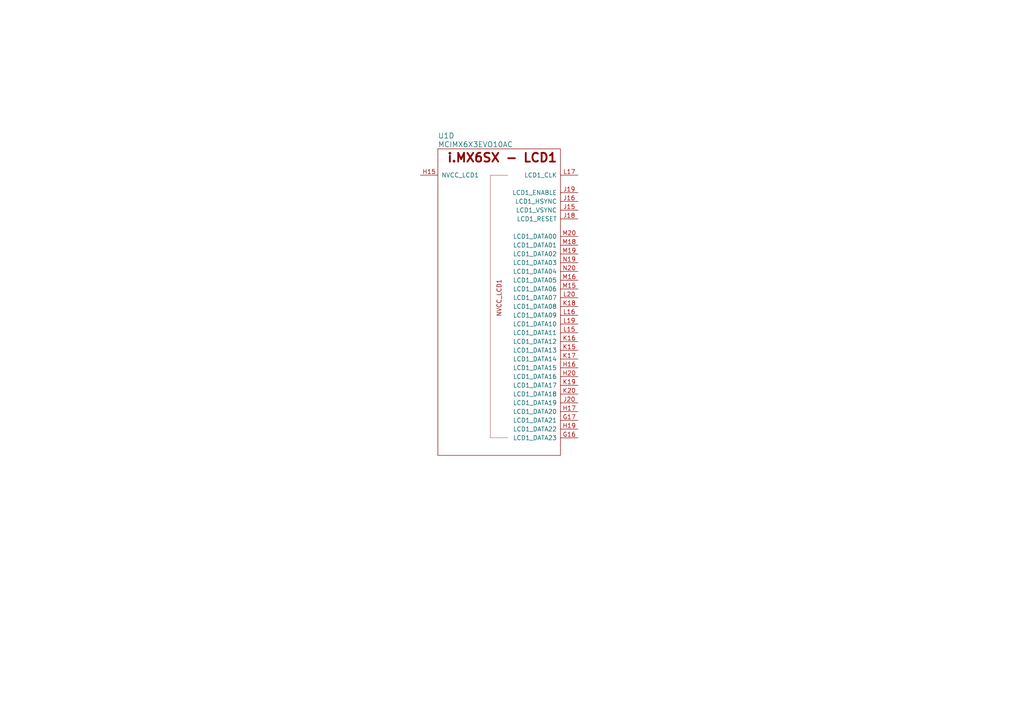
<source format=kicad_sch>
(kicad_sch (version 20210126) (generator eeschema)
  (paper "A4")
  (lib_symbols
    (symbol "symbol:iMX6SoloX_17x17_NP_BGA400" (pin_names (offset 1.016))
      (property "Reference" "U" (at 5.08 6.35 0))
      (property "Value" "iMX6SoloX_17x17_NP_BGA400" (at 5.08 3.81 0))
      (symbol "iMX6SoloX_17x17_NP_BGA400_1_0"
        (text "i.MX6SX - POWER" (at 7.62 0 0) (effects (font (size 2.54 2.54) bold) (justify left)))
        (text "LDO_1P1" (at 35.56 -78.74 0) (effects (font (size 1.27 1.27))))
        (text "LDO_2P5" (at 35.56 -71.12 0) (effects (font (size 1.27 1.27))))
        (text "LDO_ARM" (at 33.02 -10.16 0) (effects (font (size 1.27 1.27))))
        (text "LDO_PCIE" (at 35.56 -63.5 0) (effects (font (size 1.27 1.27))))
        (text "LDO_SNSV" (at 35.56 -86.36 0) (effects (font (size 1.27 1.27))))
        (text "LDO_SOC" (at 33.02 -35.56 0) (effects (font (size 1.27 1.27))))
        (rectangle (start 27.94 -33.02) (end 38.1 -38.1) (stroke (width 0.0006)))
        (rectangle (start 27.94 -7.62) (end 38.1 -12.7) (stroke (width 0.0006)))
        (rectangle (start 30.48 -83.82) (end 40.64 -88.9) (stroke (width 0.0006)))
        (rectangle (start 30.48 -76.2) (end 40.64 -81.28) (stroke (width 0.0006)))
        (rectangle (start 30.48 -68.58) (end 40.64 -73.66) (stroke (width 0.0006)))
        (rectangle (start 30.48 -60.96) (end 40.64 -66.04) (stroke (width 0.0006)))
        (polyline (pts (xy 20.32 -86.36) (xy 30.48 -86.36)) (stroke (width 0.0006)))
        (polyline (pts (xy 20.32 -71.12) (xy 30.48 -71.12)) (stroke (width 0.0006)))
        (polyline (pts (xy 20.32 -35.56) (xy 27.94 -35.56)) (stroke (width 0.0006)))
        (polyline (pts (xy 20.32 -10.16) (xy 27.94 -10.16)) (stroke (width 0.0006)))
        (polyline (pts (xy 22.86 -78.74) (xy 22.86 -71.12)) (stroke (width 0.0006)))
        (polyline (pts (xy 22.86 -78.74) (xy 30.48 -78.74)) (stroke (width 0.0006)))
        (polyline (pts (xy 22.86 -63.5) (xy 22.86 -35.56)) (stroke (width 0.0006)))
        (polyline (pts (xy 22.86 -63.5) (xy 30.48 -63.5)) (stroke (width 0.0006)))
        (polyline (pts (xy 38.1 -35.56) (xy 45.72 -35.56)) (stroke (width 0.0006)))
        (polyline (pts (xy 38.1 -10.16) (xy 45.72 -10.16)) (stroke (width 0.0006)))
        (polyline (pts (xy 40.64 -86.36) (xy 48.26 -86.36)) (stroke (width 0.0006)))
        (polyline (pts (xy 40.64 -78.74) (xy 48.26 -78.74)) (stroke (width 0.0006)))
        (polyline (pts (xy 40.64 -71.12) (xy 45.72 -71.12)) (stroke (width 0.0006)))
        (polyline (pts (xy 40.64 -63.5) (xy 48.26 -63.5)) (stroke (width 0.0006)))
        (polyline (pts (xy 17.78 -66.04) (xy 20.32 -66.04) (xy 20.32 -76.2) (xy 17.78 -76.2)) (stroke (width 0.0006)))
        (polyline (pts (xy 17.78 -27.94) (xy 20.32 -27.94) (xy 20.32 -48.26) (xy 17.78 -48.26)) (stroke (width 0.0006)))
        (polyline (pts (xy 17.78 -5.08) (xy 20.32 -5.08) (xy 20.32 -17.78) (xy 17.78 -17.78)) (stroke (width 0.0006)))
        (polyline (pts (xy 48.26 -68.58) (xy 45.72 -68.58) (xy 45.72 -73.66) (xy 48.26 -73.66)) (stroke (width 0.0006)))
        (polyline (pts (xy 48.26 -27.94) (xy 45.72 -27.94) (xy 45.72 -58.42) (xy 48.26 -58.42)) (stroke (width 0.0006)))
        (polyline (pts (xy 48.26 -2.54) (xy 45.72 -2.54) (xy 45.72 -22.86) (xy 48.26 -22.86)) (stroke (width 0.0006)))
        (polyline (pts (xy 25.4 -34.29) (xy 27.94 -35.56) (xy 25.4 -36.83) (xy 25.4 -34.29)) (stroke (width 0.0006)) (fill (type outline)))
        (polyline (pts (xy 25.4 -8.89) (xy 27.94 -10.16) (xy 25.4 -11.43) (xy 25.4 -8.89)) (stroke (width 0.0006)) (fill (type outline)))
        (polyline (pts (xy 27.94 -85.09) (xy 30.48 -86.36) (xy 27.94 -87.63) (xy 27.94 -85.09)) (stroke (width 0.0006)) (fill (type outline)))
        (polyline (pts (xy 27.94 -77.47) (xy 30.48 -78.74) (xy 27.94 -80.01) (xy 27.94 -77.47)) (stroke (width 0.0006)) (fill (type outline)))
        (polyline (pts (xy 27.94 -69.85) (xy 30.48 -71.12) (xy 27.94 -72.39) (xy 27.94 -69.85)) (stroke (width 0.0006)) (fill (type outline)))
        (polyline (pts (xy 27.94 -62.23) (xy 30.48 -63.5) (xy 27.94 -64.77) (xy 27.94 -62.23)) (stroke (width 0.0006)) (fill (type outline)))
        (polyline (pts (xy 45.72 -71.12) (xy 43.18 -69.85) (xy 43.18 -72.39) (xy 45.72 -71.12)) (stroke (width 0.0006)) (fill (type outline)))
        (polyline (pts (xy 45.72 -35.56) (xy 43.18 -34.29) (xy 43.18 -36.83) (xy 45.72 -35.56)) (stroke (width 0.0006)) (fill (type outline)))
        (polyline (pts (xy 45.72 -10.16) (xy 43.18 -8.89) (xy 43.18 -11.43) (xy 45.72 -10.16)) (stroke (width 0.0006)) (fill (type outline)))
        (polyline (pts (xy 48.26 -86.36) (xy 45.72 -85.09) (xy 45.72 -87.63) (xy 48.26 -86.36)) (stroke (width 0.0006)) (fill (type outline)))
        (polyline (pts (xy 48.26 -63.5) (xy 45.72 -62.23) (xy 45.72 -64.77) (xy 48.26 -63.5)) (stroke (width 0.0006)) (fill (type outline)))
        (polyline (pts (xy 50.8 -78.74) (xy 48.26 -77.47) (xy 48.26 -80.01) (xy 50.8 -78.74)) (stroke (width 0.0006)) (fill (type outline)))
      )
      (symbol "iMX6SoloX_17x17_NP_BGA400_1_1"
        (rectangle (start 5.08 2.54) (end 63.5 -182.88))
        (pin passive line (at 0 -93.98 0) (length 5.08) (name "GND") (number "A1"))
        (pin passive line (at 0 -96.52 0) (length 5.08) (name "GND") (number "A20"))
        (pin passive line (at 68.58 -2.54 180) (length 5.08) (name "VDD_ARM_CAP") (number "C16"))
        (pin passive line (at 0 -104.14 0) (length 5.08) (name "GND") (number "C18"))
        (pin passive line (at 0 -99.06 0) (length 5.08) (name "GND") (number "C3"))
        (pin passive line (at 0 -101.6 0) (length 5.08) (name "GND") (number "C4"))
        (pin passive line (at 0 -27.94 0) (length 5.08) (name "VDD_SOC_IN") (number "C7"))
        (pin passive line (at 0 -30.48 0) (length 5.08) (name "VDD_SOC_IN") (number "C8"))
        (pin passive line (at 0 -111.76 0) (length 5.08) (name "GND") (number "D12"))
        (pin passive line (at 0 -114.3 0) (length 5.08) (name "GND") (number "D15"))
        (pin passive line (at 68.58 -5.08 180) (length 5.08) (name "VDD_ARM_CAP") (number "D16"))
        (pin passive line (at 0 -106.68 0) (length 5.08) (name "GND") (number "D6"))
        (pin passive line (at 0 -109.22 0) (length 5.08) (name "GND") (number "D9"))
        (pin passive line (at 0 -116.84 0) (length 5.08) (name "GND") (number "E3"))
        (pin passive line (at 0 -124.46 0) (length 5.08) (name "GND") (number "F17"))
        (pin passive line (at 0 -119.38 0) (length 5.08) (name "GND") (number "F3"))
        (pin passive line (at 0 -121.92 0) (length 5.08) (name "GND") (number "F5"))
        (pin passive line (at 0 -134.62 0) (length 5.08) (name "GND") (number "G10"))
        (pin passive line (at 0 -137.16 0) (length 5.08) (name "GND") (number "G11"))
        (pin passive line (at 0 -139.7 0) (length 5.08) (name "GND") (number "G12"))
        (pin passive line (at 0 -142.24 0) (length 5.08) (name "GND") (number "G13"))
        (pin passive line (at 0 -144.78 0) (length 5.08) (name "GND") (number "G14"))
        (pin passive line (at 0 -127 0) (length 5.08) (name "GND") (number "G7"))
        (pin passive line (at 0 -129.54 0) (length 5.08) (name "GND") (number "G8"))
        (pin passive line (at 0 -132.08 0) (length 5.08) (name "GND") (number "G9"))
        (pin passive line (at 68.58 -7.62 180) (length 5.08) (name "VDD_ARM_CAP") (number "H10"))
        (pin passive line (at 68.58 -10.16 180) (length 5.08) (name "VDD_ARM_CAP") (number "H11"))
        (pin passive line (at 68.58 -12.7 180) (length 5.08) (name "VDD_ARM_CAP") (number "H12"))
        (pin passive line (at 68.58 -15.24 180) (length 5.08) (name "VDD_ARM_CAP") (number "H13"))
        (pin passive line (at 0 -152.4 0) (length 5.08) (name "GND") (number "H14"))
        (pin passive line (at 0 -5.08 0) (length 5.08) (name "VDD_ARM_IN") (number "H18"))
        (pin passive line (at 0 -147.32 0) (length 5.08) (name "GND") (number "H3"))
        (pin passive line (at 0 -149.86 0) (length 5.08) (name "GND") (number "H7"))
        (pin passive line (at 68.58 -27.94 180) (length 5.08) (name "VDD_SOC_CAP") (number "H8"))
        (pin passive line (at 68.58 -30.48 180) (length 5.08) (name "VDD_SOC_CAP") (number "H9"))
        (pin passive line (at 0 -7.62 0) (length 5.08) (name "VDD_ARM_IN") (number "J10"))
        (pin passive line (at 0 -10.16 0) (length 5.08) (name "VDD_ARM_IN") (number "J11"))
        (pin passive line (at 0 -12.7 0) (length 5.08) (name "VDD_ARM_IN") (number "J12"))
        (pin passive line (at 68.58 -17.78 180) (length 5.08) (name "VDD_ARM_CAP") (number "J13"))
        (pin passive line (at 0 -157.48 0) (length 5.08) (name "GND") (number "J14"))
        (pin passive line (at 0 -160.02 0) (length 5.08) (name "GND") (number "J17"))
        (pin passive line (at 0 -154.94 0) (length 5.08) (name "GND") (number "J7"))
        (pin passive line (at 68.58 -33.02 180) (length 5.08) (name "VDD_SOC_CAP") (number "J8"))
        (pin passive line (at 0 -33.02 0) (length 5.08) (name "VDD_SOC_IN") (number "J9"))
        (pin passive line (at 0 -165.1 0) (length 5.08) (name "GND") (number "K10"))
        (pin passive line (at 0 -167.64 0) (length 5.08) (name "GND") (number "K11"))
        (pin passive line (at 0 -15.24 0) (length 5.08) (name "VDD_ARM_IN") (number "K12"))
        (pin passive line (at 68.58 -20.32 180) (length 5.08) (name "VDD_ARM_CAP") (number "K13"))
        (pin passive line (at 0 -170.18 0) (length 5.08) (name "GND") (number "K14"))
        (pin passive line (at 0 -162.56 0) (length 5.08) (name "GND") (number "K3"))
        (pin passive line (at 68.58 -35.56 180) (length 5.08) (name "VDD_SOC_CAP") (number "K8"))
        (pin passive line (at 0 -35.56 0) (length 5.08) (name "VDD_SOC_IN") (number "K9"))
        (pin passive line (at 0 -177.8 0) (length 5.08) (name "GND") (number "L10"))
        (pin passive line (at 68.58 -93.98 180) (length 5.08) (name "GND") (number "L11"))
        (pin passive line (at 0 -17.78 0) (length 5.08) (name "VDD_ARM_IN") (number "L12"))
        (pin passive line (at 68.58 -22.86 180) (length 5.08) (name "VDD_ARM_CAP") (number "L13"))
        (pin passive line (at 68.58 -96.52 180) (length 5.08) (name "GND") (number "L14"))
        (pin passive line (at 68.58 -63.5 180) (length 5.08) (name "PCIE_VP_CAP") (number "L18"))
        (pin passive line (at 0 -172.72 0) (length 5.08) (name "GND") (number "L3"))
        (pin passive line (at 0 -175.26 0) (length 5.08) (name "GND") (number "L7"))
        (pin passive line (at 68.58 -38.1 180) (length 5.08) (name "VDD_SOC_CAP") (number "L8"))
        (pin passive line (at 0 -38.1 0) (length 5.08) (name "VDD_SOC_IN") (number "L9"))
        (pin passive line (at 0 -43.18 0) (length 5.08) (name "VDD_SOC_IN") (number "M10"))
        (pin passive line (at 0 -45.72 0) (length 5.08) (name "VDD_SOC_IN") (number "M11"))
        (pin passive line (at 0 -48.26 0) (length 5.08) (name "VDD_SOC_IN") (number "M12"))
        (pin passive line (at 68.58 -43.18 180) (length 5.08) (name "VDD_SOC_CAP") (number "M13"))
        (pin passive line (at 68.58 -101.6 180) (length 5.08) (name "GND") (number "M14"))
        (pin passive line (at 68.58 -104.14 180) (length 5.08) (name "GND") (number "M17"))
        (pin passive line (at 68.58 -99.06 180) (length 5.08) (name "GND") (number "M7"))
        (pin passive line (at 68.58 -40.64 180) (length 5.08) (name "VDD_SOC_CAP") (number "M8"))
        (pin passive line (at 0 -40.64 0) (length 5.08) (name "VDD_SOC_IN") (number "M9"))
        (pin passive line (at 68.58 -50.8 180) (length 5.08) (name "VDD_SOC_CAP") (number "N10"))
        (pin passive line (at 68.58 -53.34 180) (length 5.08) (name "VDD_SOC_CAP") (number "N11"))
        (pin passive line (at 68.58 -55.88 180) (length 5.08) (name "VDD_SOC_CAP") (number "N12"))
        (pin passive line (at 68.58 -111.76 180) (length 5.08) (name "GND") (number "N13"))
        (pin passive line (at 68.58 -68.58 180) (length 5.08) (name "VDD_HIGH_CAP") (number "N17"))
        (pin passive line (at 68.58 -73.66 180) (length 5.08) (name "VDD_HIGH_CAP") (number "N18"))
        (pin passive line (at 68.58 -106.68 180) (length 5.08) (name "GND") (number "N3"))
        (pin passive line (at 68.58 -109.22 180) (length 5.08) (name "GND") (number "N7"))
        (pin passive line (at 68.58 -45.72 180) (length 5.08) (name "VDD_SOC_CAP") (number "N8"))
        (pin passive line (at 68.58 -48.26 180) (length 5.08) (name "VDD_SOC_CAP") (number "N9"))
        (pin passive line (at 68.58 -121.92 180) (length 5.08) (name "GND") (number "P10"))
        (pin passive line (at 68.58 -124.46 180) (length 5.08) (name "GND") (number "P11"))
        (pin passive line (at 68.58 -127 180) (length 5.08) (name "GND") (number "P12"))
        (pin passive line (at 68.58 -177.8 180) (length 5.08) (name "NGND_KEL0") (number "P13"))
        (pin passive line (at 0 -68.58 0) (length 5.08) (name "VDD_HIGH_IN") (number "P17"))
        (pin passive line (at 0 -73.66 0) (length 5.08) (name "VDD_HIGH_IN") (number "P18"))
        (pin passive line (at 68.58 -114.3 180) (length 5.08) (name "GND") (number "P7"))
        (pin passive line (at 68.58 -116.84 180) (length 5.08) (name "GND") (number "P8"))
        (pin passive line (at 68.58 -119.38 180) (length 5.08) (name "GND") (number "P9"))
        (pin passive line (at 68.58 -134.62 180) (length 5.08) (name "GND") (number "R17"))
        (pin passive line (at 0 -86.36 0) (length 5.08) (name "VDD_SNVS_IN") (number "R18"))
        (pin passive line (at 68.58 -137.16 180) (length 5.08) (name "GND") (number "R19"))
        (pin passive line (at 68.58 -139.7 180) (length 5.08) (name "GND") (number "R20"))
        (pin passive line (at 68.58 -129.54 180) (length 5.08) (name "GND") (number "R3"))
        (pin passive line (at 68.58 -132.08 180) (length 5.08) (name "GND") (number "R5"))
        (pin passive line (at 68.58 -86.36 180) (length 5.08) (name "VDD_SNVS_CAP") (number "T18"))
        (pin passive line (at 68.58 -142.24 180) (length 5.08) (name "GND") (number "T3"))
        (pin passive line (at 68.58 -149.86 180) (length 5.08) (name "GND") (number "U12"))
        (pin passive line (at 68.58 -152.4 180) (length 5.08) (name "GND") (number "U15"))
        (pin passive line (at 68.58 -78.74 180) (length 5.08) (name "NVCC_PLL") (number "U18"))
        (pin passive line (at 68.58 -154.94 180) (length 5.08) (name "GND") (number "U19"))
        (pin passive line (at 68.58 -157.48 180) (length 5.08) (name "GND") (number "U20"))
        (pin passive line (at 68.58 -144.78 180) (length 5.08) (name "GND") (number "U6"))
        (pin passive line (at 68.58 -147.32 180) (length 5.08) (name "GND") (number "U9"))
        (pin passive line (at 68.58 -165.1 180) (length 5.08) (name "GND") (number "V18"))
        (pin passive line (at 68.58 -160.02 180) (length 5.08) (name "GND") (number "V3"))
        (pin passive line (at 68.58 -162.56 180) (length 5.08) (name "GND") (number "V4"))
        (pin passive line (at 68.58 -58.42 180) (length 5.08) (name "VDD_SOC_CAP") (number "V8"))
        (pin passive line (at 68.58 -167.64 180) (length 5.08) (name "GND") (number "W18"))
        (pin passive line (at 68.58 -170.18 180) (length 5.08) (name "GND") (number "Y1"))
        (pin passive line (at 68.58 -172.72 180) (length 5.08) (name "GND") (number "Y18"))
        (pin passive line (at 68.58 -175.26 180) (length 5.08) (name "GND") (number "Y20"))
      )
      (symbol "iMX6SoloX_17x17_NP_BGA400_2_0"
        (text "i.MX6SX - CONTROL" (at 7.62 0 0) (effects (font (size 2.54 2.54) bold) (justify left)))
        (polyline (pts (xy 15.24 -50.8) (xy 20.32 -50.8) (xy 20.32 -66.04) (xy 15.24 -66.04)) (stroke (width 0.0006)))
        (polyline (pts (xy 15.24 -38.1) (xy 20.32 -38.1) (xy 20.32 -48.26) (xy 15.24 -48.26)) (stroke (width 0.0006)))
        (polyline (pts (xy 25.4 -5.08) (xy 30.48 -5.08) (xy 30.48 -33.02) (xy 25.4 -33.02)) (stroke (width 0.0006)))
        (polyline (pts (xy 38.1 -50.8) (xy 33.02 -50.8) (xy 33.02 -66.04) (xy 38.1 -66.04)) (stroke (width 0.0006)))
        (polyline (pts (xy 38.1 -25.4) (xy 33.02 -25.4) (xy 33.02 -40.64) (xy 38.1 -40.64)) (stroke (width 0.0006)))
        (polyline (pts (xy 38.1 -10.16) (xy 33.02 -10.16) (xy 33.02 -22.86) (xy 38.1 -22.86)) (stroke (width 0.0006)))
      )
      (symbol "iMX6SoloX_17x17_NP_BGA400_2_1"
        (text "NVCC_JTAG" (at 35.56 -16.51 900) (effects (font (size 1.27 1.27))))
        (text "NVCC_PLL" (at 17.78 -43.18 900) (effects (font (size 1.27 1.27))))
        (text "VDD_NVCC_CAP" (at 17.78 -58.42 900) (effects (font (size 1.27 1.27))))
        (text "VDD_SNVS_IN" (at 27.94 -17.78 900) (effects (font (size 1.27 1.27))))
        (text "VDDHIGH_CAP" (at 35.56 -33.02 900) (effects (font (size 1.27 1.27))))
        (text "VDDHIGH_IN" (at 35.56 -58.42 900) (effects (font (size 1.27 1.27))))
        (rectangle (start 5.08 2.54) (end 50.8 -68.58))
        (pin passive line (at 0 -20.32 0) (length 5.08) (name "TEST_MODE") (number "N14"))
        (pin passive line (at 0 -12.7 0) (length 5.08) (name "BOOT_MODE0") (number "N15"))
        (pin passive line (at 0 -30.48 0) (length 5.08) (name "CCM_PMIC_STBY_REQ") (number "N16"))
        (pin passive line (at 0 -15.24 0) (length 5.08) (name "BOOT_MODE1") (number "P14"))
        (pin passive line (at 0 -25.4 0) (length 5.08) (name "SNVS_TAMPER") (number "P15"))
        (pin passive line (at 0 -33.02 0) (length 5.08) (name "SNVS_PMIC_ON_REQ") (number "P16"))
        (pin passive line (at 55.88 -30.48 180) (length 5.08) (name "CCM_CLK1_N") (number "P19"))
        (pin passive line (at 55.88 -35.56 180) (length 5.08) (name "CCM_CLK1_P") (number "P20"))
        (pin passive line (at 55.88 -15.24 180) (length 5.08) (name "JTAG_TDI") (number "R10"))
        (pin passive line (at 55.88 -5.08 180) (length 5.08) (name "NVCC_JTAG") (number "R11"))
        (pin passive line (at 0 -5.08 0) (length 5.08) (name "ONOFF") (number "R15"))
        (pin passive line (at 0 -7.62 0) (length 5.08) (name "~POR") (number "R16"))
        (pin passive line (at 55.88 -22.86 180) (length 5.08) (name "JTAG_MOD") (number "R7"))
        (pin passive line (at 55.88 -17.78 180) (length 5.08) (name "JTAG_TDO") (number "R8"))
        (pin passive line (at 55.88 -10.16 180) (length 5.08) (name "JTAG_TCK") (number "R9"))
        (pin passive line (at 55.88 -12.7 180) (length 5.08) (name "JTAG_TMS") (number "T10"))
        (pin passive line (at 55.88 -53.34 180) (length 5.08) (name "CCM_CLK2") (number "T14"))
        (pin passive line (at 55.88 -63.5 180) (length 5.08) (name "GPANAIO") (number "T15"))
        (pin passive line (at 0 -40.64 0) (length 5.08) (name "XTALI") (number "T19"))
        (pin passive line (at 0 -45.72 0) (length 5.08) (name "XTALO") (number "T20"))
        (pin passive line (at 55.88 -20.32 180) (length 5.08) (name "~JTAG_TRST") (number "T9"))
        (pin passive line (at 0 -55.88 0) (length 5.08) (name "RTC_XTALI") (number "V19"))
        (pin passive line (at 0 -60.96 0) (length 5.08) (name "RTC_XTALO") (number "V20"))
      )
      (symbol "iMX6SoloX_17x17_NP_BGA400_3_0"
        (text "i.MX6SX - DDR" (at 7.62 0 0) (effects (font (size 2.54 2.54) bold) (justify left)))
      )
      (symbol "iMX6SoloX_17x17_NP_BGA400_3_1"
        (rectangle (start 5.08 2.54) (end 40.64 -149.86))
        (pin passive line (at 0 -96.52 0) (length 5.08) (name "DRAM_DATA24") (number "A2"))
        (pin passive line (at 0 -121.92 0) (length 5.08) (name "DRAM_DQM3") (number "A3"))
        (pin passive line (at 0 -114.3 0) (length 5.08) (name "DRAM_DATA31") (number "A4"))
        (pin passive line (at 0 -116.84 0) (length 5.08) (name "DRAM_SDQS3_P") (number "B1"))
        (pin passive line (at 0 -119.38 0) (length 5.08) (name "DRAM_SDQS3_N") (number "B2"))
        (pin passive line (at 0 -109.22 0) (length 5.08) (name "DRAM_DATA29") (number "B3"))
        (pin passive line (at 0 -111.76 0) (length 5.08) (name "DRAM_DATA30") (number "B4"))
        (pin passive line (at 0 -101.6 0) (length 5.08) (name "DRAM_DATA26") (number "C1"))
        (pin passive line (at 0 -106.68 0) (length 5.08) (name "DRAM_DATA28") (number "C2"))
        (pin passive line (at 45.72 -144.78 180) (length 5.08) (name "DRAM_ZQPAD") (number "C5"))
        (pin passive line (at 0 -99.06 0) (length 5.08) (name "DRAM_DATA25") (number "D1"))
        (pin passive line (at 0 -104.14 0) (length 5.08) (name "DRAM_DATA27") (number "D2"))
        (pin passive line (at 45.72 -66.04 180) (length 5.08) (name "~DRAM_CS1") (number "D3"))
        (pin passive line (at 45.72 -106.68 180) (length 5.08) (name "DRAM_RESET") (number "D4"))
        (pin passive line (at 0 -53.34 0) (length 5.08) (name "DRAM_DATA15") (number "E1"))
        (pin passive line (at 0 -50.8 0) (length 5.08) (name "DRAM_DATA14") (number "E2"))
        (pin passive line (at 45.72 -88.9 180) (length 5.08) (name "DRAM_SDCKE1") (number "E4"))
        (pin passive line (at 0 -48.26 0) (length 5.08) (name "DRAM_DATA13") (number "F1"))
        (pin passive line (at 0 -38.1 0) (length 5.08) (name "DRAM_DATA09") (number "F2"))
        (pin passive line (at 45.72 -22.86 180) (length 5.08) (name "DRAM_ADDR07") (number "F4"))
        (pin passive line (at 0 -55.88 0) (length 5.08) (name "DRAM_SDQS1_P") (number "G1"))
        (pin passive line (at 0 -60.96 0) (length 5.08) (name "DRAM_DQM1") (number "G2"))
        (pin passive line (at 45.72 -48.26 180) (length 5.08) (name "DRAM_SDBA0") (number "G3"))
        (pin passive line (at 45.72 -17.78 180) (length 5.08) (name "DRAM_ADDR05") (number "G4"))
        (pin passive line (at 45.72 -12.7 180) (length 5.08) (name "DRAM_ADDR03") (number "G5"))
        (pin passive line (at 0 -127 0) (length 5.08) (name "NVCC_DRAM") (number "G6"))
        (pin passive line (at 0 -35.56 0) (length 5.08) (name "DRAM_DATA08") (number "H1"))
        (pin passive line (at 0 -58.42 0) (length 5.08) (name "DRAM_SDQS1_N") (number "H2"))
        (pin passive line (at 45.72 -63.5 180) (length 5.08) (name "~DRAM_CS0") (number "H4"))
        (pin passive line (at 45.72 -73.66 180) (length 5.08) (name "~DRAM_RAS") (number "H5"))
        (pin passive line (at 0 -129.54 0) (length 5.08) (name "NVCC_DRAM") (number "H6"))
        (pin passive line (at 0 -45.72 0) (length 5.08) (name "DRAM_DATA12") (number "J1"))
        (pin passive line (at 0 -43.18 0) (length 5.08) (name "DRAM_DATA11") (number "J2"))
        (pin passive line (at 45.72 -137.16 180) (length 5.08) (name "DRAM_VREF") (number "J3"))
        (pin passive line (at 45.72 -76.2 180) (length 5.08) (name "~DRAM_CAS") (number "J4"))
        (pin passive line (at 45.72 -78.74 180) (length 5.08) (name "~DRAM_SDWE") (number "J5"))
        (pin passive line (at 0 -132.08 0) (length 5.08) (name "NVCC_DRAM") (number "J6"))
        (pin passive line (at 45.72 -116.84 180) (length 5.08) (name "DRAM_SDCLK0_P") (number "K1"))
        (pin passive line (at 0 -40.64 0) (length 5.08) (name "DRAM_DATA10") (number "K2"))
        (pin passive line (at 45.72 -53.34 180) (length 5.08) (name "DRAM_SDBA2") (number "K4"))
        (pin passive line (at 45.72 -10.16 180) (length 5.08) (name "DRAM_ADDR02") (number "K5"))
        (pin passive line (at 0 -134.62 0) (length 5.08) (name "NVCC_DRAM") (number "K6"))
        (pin passive line (at 45.72 -127 180) (length 5.08) (name "NVCC_DRAM_2P5") (number "K7"))
        (pin passive line (at 45.72 -119.38 180) (length 5.08) (name "DRAM_SDCLK0_N") (number "L1"))
        (pin passive line (at 0 -20.32 0) (length 5.08) (name "DRAM_DATA06") (number "L2"))
        (pin passive line (at 45.72 -5.08 180) (length 5.08) (name "DRAM_ADDR00") (number "L4"))
        (pin passive line (at 45.72 -27.94 180) (length 5.08) (name "DRAM_ADDR09") (number "L5"))
        (pin passive line (at 0 -137.16 0) (length 5.08) (name "NVCC_DRAM") (number "L6"))
        (pin passive line (at 0 -15.24 0) (length 5.08) (name "DRAM_DATA04") (number "M1"))
        (pin passive line (at 0 -17.78 0) (length 5.08) (name "DRAM_DATA05") (number "M2"))
        (pin passive line (at 45.72 -15.24 180) (length 5.08) (name "DRAM_ADDR04") (number "M3"))
        (pin passive line (at 45.72 -38.1 180) (length 5.08) (name "DRAM_ADDR13") (number "M4"))
        (pin passive line (at 45.72 -25.4 180) (length 5.08) (name "DRAM_ADDR08") (number "M5"))
        (pin passive line (at 0 -139.7 0) (length 5.08) (name "NVCC_DRAM") (number "M6"))
        (pin passive line (at 0 -22.86 0) (length 5.08) (name "DRAM_DATA07") (number "N1"))
        (pin passive line (at 0 -30.48 0) (length 5.08) (name "DRAM_DQM0") (number "N2"))
        (pin passive line (at 45.72 -33.02 180) (length 5.08) (name "DRAM_ADDR11") (number "N4"))
        (pin passive line (at 45.72 -30.48 180) (length 5.08) (name "DRAM_ADDR10") (number "N5"))
        (pin passive line (at 0 -142.24 0) (length 5.08) (name "NVCC_DRAM") (number "N6"))
        (pin passive line (at 0 -25.4 0) (length 5.08) (name "DRAM_SDQS0_P") (number "P1"))
        (pin passive line (at 0 -27.94 0) (length 5.08) (name "DRAM_SDQS0_N") (number "P2"))
        (pin passive line (at 45.72 -50.8 180) (length 5.08) (name "DRAM_SDBA1") (number "P3"))
        (pin passive line (at 45.72 -35.56 180) (length 5.08) (name "DRAM_ADDR12") (number "P4"))
        (pin passive line (at 45.72 -86.36 180) (length 5.08) (name "DRAM_SDCKE0") (number "P5"))
        (pin passive line (at 0 -144.78 0) (length 5.08) (name "NVCC_DRAM") (number "P6"))
        (pin passive line (at 0 -5.08 0) (length 5.08) (name "DRAM_DATA00") (number "R1"))
        (pin passive line (at 0 -12.7 0) (length 5.08) (name "DRAM_DATA03") (number "R2"))
        (pin passive line (at 45.72 -40.64 180) (length 5.08) (name "DRAM_ADDR14") (number "R4"))
        (pin passive line (at 0 -10.16 0) (length 5.08) (name "DRAM_DATA02") (number "T1"))
        (pin passive line (at 0 -7.62 0) (length 5.08) (name "DRAM_DATA01") (number "T2"))
        (pin passive line (at 45.72 -20.32 180) (length 5.08) (name "DRAM_ADDR06") (number "T4"))
        (pin passive line (at 0 -81.28 0) (length 5.08) (name "DRAM_DATA22") (number "U1"))
        (pin passive line (at 0 -73.66 0) (length 5.08) (name "DRAM_DATA19") (number "U2"))
        (pin passive line (at 45.72 -93.98 180) (length 5.08) (name "DRAM_ODT0") (number "U3"))
        (pin passive line (at 45.72 -7.62 180) (length 5.08) (name "DRAM_ADDR01") (number "U4"))
        (pin passive line (at 0 -66.04 0) (length 5.08) (name "DRAM_DATA16") (number "V1"))
        (pin passive line (at 0 -83.82 0) (length 5.08) (name "DRAM_DATA23") (number "V2"))
        (pin passive line (at 0 -88.9 0) (length 5.08) (name "DRAM_SDQS2_N") (number "W1"))
        (pin passive line (at 0 -86.36 0) (length 5.08) (name "DRAM_SDQS2_P") (number "W2"))
        (pin passive line (at 0 -76.2 0) (length 5.08) (name "DRAM_DATA20") (number "W3"))
        (pin passive line (at 0 -68.58 0) (length 5.08) (name "DRAM_DATA17") (number "W4"))
        (pin passive line (at 0 -78.74 0) (length 5.08) (name "DRAM_DATA21") (number "Y2"))
        (pin passive line (at 0 -91.44 0) (length 5.08) (name "DRAM_DQM2") (number "Y3"))
        (pin passive line (at 0 -71.12 0) (length 5.08) (name "DRAM_DATA18") (number "Y4"))
      )
      (symbol "iMX6SoloX_17x17_NP_BGA400_4_0"
        (text "i.MX6SX - LCD1" (at 7.62 0 0) (effects (font (size 2.54 2.54) bold) (justify left)))
        (polyline (pts (xy 25.4 -5.08) (xy 20.32 -5.08) (xy 20.32 -81.28) (xy 25.4 -81.28)) (stroke (width 0.0006)))
      )
      (symbol "iMX6SoloX_17x17_NP_BGA400_4_1"
        (text "NVCC_LCD1" (at 22.86 -40.64 900) (effects (font (size 1.27 1.27))))
        (rectangle (start 5.08 2.54) (end 40.64 -86.36))
        (pin passive line (at 45.72 -81.28 180) (length 5.08) (name "LCD1_DATA23") (number "G16"))
        (pin passive line (at 45.72 -76.2 180) (length 5.08) (name "LCD1_DATA21") (number "G17"))
        (pin passive line (at 0 -5.08 0) (length 5.08) (name "NVCC_LCD1") (number "H15"))
        (pin passive line (at 45.72 -60.96 180) (length 5.08) (name "LCD1_DATA15") (number "H16"))
        (pin passive line (at 45.72 -73.66 180) (length 5.08) (name "LCD1_DATA20") (number "H17"))
        (pin passive line (at 45.72 -78.74 180) (length 5.08) (name "LCD1_DATA22") (number "H19"))
        (pin passive line (at 45.72 -63.5 180) (length 5.08) (name "LCD1_DATA16") (number "H20"))
        (pin passive line (at 45.72 -15.24 180) (length 5.08) (name "LCD1_VSYNC") (number "J15"))
        (pin passive line (at 45.72 -12.7 180) (length 5.08) (name "LCD1_HSYNC") (number "J16"))
        (pin passive line (at 45.72 -17.78 180) (length 5.08) (name "LCD1_RESET") (number "J18"))
        (pin passive line (at 45.72 -10.16 180) (length 5.08) (name "LCD1_ENABLE") (number "J19"))
        (pin passive line (at 45.72 -71.12 180) (length 5.08) (name "LCD1_DATA19") (number "J20"))
        (pin passive line (at 45.72 -55.88 180) (length 5.08) (name "LCD1_DATA13") (number "K15"))
        (pin passive line (at 45.72 -53.34 180) (length 5.08) (name "LCD1_DATA12") (number "K16"))
        (pin passive line (at 45.72 -58.42 180) (length 5.08) (name "LCD1_DATA14") (number "K17"))
        (pin passive line (at 45.72 -43.18 180) (length 5.08) (name "LCD1_DATA08") (number "K18"))
        (pin passive line (at 45.72 -66.04 180) (length 5.08) (name "LCD1_DATA17") (number "K19"))
        (pin passive line (at 45.72 -68.58 180) (length 5.08) (name "LCD1_DATA18") (number "K20"))
        (pin passive line (at 45.72 -50.8 180) (length 5.08) (name "LCD1_DATA11") (number "L15"))
        (pin passive line (at 45.72 -45.72 180) (length 5.08) (name "LCD1_DATA09") (number "L16"))
        (pin passive line (at 45.72 -5.08 180) (length 5.08) (name "LCD1_CLK") (number "L17"))
        (pin passive line (at 45.72 -48.26 180) (length 5.08) (name "LCD1_DATA10") (number "L19"))
        (pin passive line (at 45.72 -40.64 180) (length 5.08) (name "LCD1_DATA07") (number "L20"))
        (pin passive line (at 45.72 -38.1 180) (length 5.08) (name "LCD1_DATA06") (number "M15"))
        (pin passive line (at 45.72 -35.56 180) (length 5.08) (name "LCD1_DATA05") (number "M16"))
        (pin passive line (at 45.72 -25.4 180) (length 5.08) (name "LCD1_DATA01") (number "M18"))
        (pin passive line (at 45.72 -27.94 180) (length 5.08) (name "LCD1_DATA02") (number "M19"))
        (pin passive line (at 45.72 -22.86 180) (length 5.08) (name "LCD1_DATA00") (number "M20"))
        (pin passive line (at 45.72 -30.48 180) (length 5.08) (name "LCD1_DATA03") (number "N19"))
        (pin passive line (at 45.72 -33.02 180) (length 5.08) (name "LCD1_DATA04") (number "N20"))
      )
      (symbol "iMX6SoloX_17x17_NP_BGA400_5_0"
        (text "i.MX6SX - USB" (at 7.62 0 0) (effects (font (size 2.54 2.54) bold) (justify left)))
        (text "LDO_USB" (at 12.7 -15.24 0) (effects (font (size 1.27 1.27))))
        (rectangle (start 7.62 -12.7) (end 17.78 -17.78) (stroke (width 0.0006)))
        (polyline (pts (xy 7.62 -33.02) (xy 38.1 -33.02)) (stroke (width 0.0006)))
        (polyline (pts (xy 12.7 -22.86) (xy 12.7 -17.78)) (stroke (width 0.0006)))
        (polyline (pts (xy 12.7 -7.62) (xy 12.7 -12.7)) (stroke (width 0.0006)))
        (polyline (pts (xy 25.4 -15.24) (xy 17.78 -15.24)) (stroke (width 0.0006)))
        (polyline (pts (xy 11.43 -20.32) (xy 12.7 -17.78) (xy 13.97 -20.32) (xy 11.43 -20.32)) (stroke (width 0.0006)) (fill (type outline)))
        (polyline (pts (xy 11.43 -10.16) (xy 12.7 -12.7) (xy 13.97 -10.16) (xy 11.43 -10.16)) (stroke (width 0.0006)) (fill (type outline)))
        (polyline (pts (xy 22.86 -13.97) (xy 25.4 -15.24) (xy 22.86 -16.51) (xy 22.86 -13.97)) (stroke (width 0.0006)) (fill (type outline)))
      )
      (symbol "iMX6SoloX_17x17_NP_BGA400_5_1"
        (rectangle (start 5.08 2.54) (end 40.64 -43.18))
        (pin passive line (at 0 -5.08 0) (length 5.08) (name "USB_OTG1_VBUS") (number "T17"))
        (pin passive line (at 0 -25.4 0) (length 5.08) (name "USB_OTG2_VBUS") (number "U17"))
        (pin passive line (at 45.72 -15.24 180) (length 5.08) (name "VDD_USB_CAP") (number "V17"))
        (pin passive line (at 0 -35.56 0) (length 5.08) (name "NVCC_USB_H") (number "V5"))
        (pin passive line (at 45.72 -25.4 180) (length 5.08) (name "USB_OTG2_DN") (number "W17"))
        (pin passive line (at 45.72 -5.08 180) (length 5.08) (name "USB_OTG1_DN") (number "W19"))
        (pin passive line (at 45.72 -10.16 180) (length 5.08) (name "~USB_OTG1_CHD") (number "W20"))
        (pin passive line (at 45.72 -38.1 180) (length 5.08) (name "USB_H_STROBE") (number "W5"))
        (pin passive line (at 45.72 -27.94 180) (length 5.08) (name "USB_OTG2_DP") (number "Y17"))
        (pin passive line (at 45.72 -7.62 180) (length 5.08) (name "USB_OTG1_DP") (number "Y19"))
        (pin passive line (at 45.72 -35.56 180) (length 5.08) (name "USB_H_DATA") (number "Y5"))
      )
      (symbol "iMX6SoloX_17x17_NP_BGA400_6_0"
        (text "i.MX6SX - ADC" (at 7.62 0 0) (effects (font (size 2.54 2.54) bold) (justify left)))
        (polyline (pts (xy 27.94 -5.08) (xy 22.86 -5.08) (xy 22.86 -25.4) (xy 27.94 -25.4)) (stroke (width 0.0006)))
      )
      (symbol "iMX6SoloX_17x17_NP_BGA400_6_1"
        (text "VDDA_ADC_3P3" (at 25.4 -15.24 900) (effects (font (size 1.27 1.27))))
        (rectangle (start 5.08 2.54) (end 40.64 -30.48))
        (pin passive line (at 0 -5.08 0) (length 5.08) (name "VDDA_ADC_3P3") (number "R13"))
        (pin passive line (at 0 -25.4 0) (length 5.08) (name "ADC_VREFL") (number "R14"))
        (pin passive line (at 45.72 -22.86 180) (length 5.08) (name "ADC2_IN2") (number "T16"))
        (pin passive line (at 45.72 -25.4 180) (length 5.08) (name "ADC2_IN3") (number "U16"))
        (pin passive line (at 0 -12.7 0) (length 5.08) (name "ADC_VREFH") (number "V16"))
        (pin passive line (at 45.72 -7.62 180) (length 5.08) (name "ADC1_IN1") (number "W14"))
        (pin passive line (at 45.72 -12.7 180) (length 5.08) (name "ADC1_IN3") (number "W15"))
        (pin passive line (at 45.72 -20.32 180) (length 5.08) (name "ADC2_IN1") (number "W16"))
        (pin passive line (at 45.72 -5.08 180) (length 5.08) (name "ADC1_IN0") (number "Y14"))
        (pin passive line (at 45.72 -10.16 180) (length 5.08) (name "ADC1_IN2") (number "Y15"))
        (pin passive line (at 45.72 -17.78 180) (length 5.08) (name "ADC2_IN0") (number "Y16"))
      )
      (symbol "iMX6SoloX_17x17_NP_BGA400_7_0"
        (text "i.MX6SX - RGMII" (at 7.62 0 0) (effects (font (size 2.54 2.54) bold) (justify left)))
        (polyline (pts (xy 27.94 -50.8) (xy 22.86 -50.8) (xy 22.86 -86.36) (xy 27.94 -86.36)) (stroke (width 0.0006)))
        (polyline (pts (xy 27.94 -5.08) (xy 22.86 -5.08) (xy 22.86 -40.64) (xy 27.94 -40.64)) (stroke (width 0.0006)))
      )
      (symbol "iMX6SoloX_17x17_NP_BGA400_7_1"
        (text "NVCC_RGMII1" (at 25.4 -20.32 900) (effects (font (size 1.27 1.27))))
        (text "NVCC_RGMII2" (at 25.4 -68.58 900) (effects (font (size 1.27 1.27))))
        (rectangle (start 5.08 2.54) (end 43.18 -91.44))
        (polyline (pts (xy 7.62 -45.72) (xy 40.64 -45.72)) (stroke (width 0.0006)))
        (pin passive line (at 48.26 -63.5 180) (length 5.08) (name "RGMII2_TXC") (number "A10"))
        (pin passive line (at 48.26 -50.8 180) (length 5.08) (name "RGMII2_TD0") (number "A11"))
        (pin passive line (at 48.26 -55.88 180) (length 5.08) (name "RGMII2_TD2") (number "A12"))
        (pin passive line (at 48.26 -76.2 180) (length 5.08) (name "RGMII2_RD2") (number "A7"))
        (pin passive line (at 48.26 -71.12 180) (length 5.08) (name "RGMII2_RD0") (number "A8"))
        (pin passive line (at 48.26 -83.82 180) (length 5.08) (name "RGMII2_RXC") (number "A9"))
        (pin passive line (at 48.26 -66.04 180) (length 5.08) (name "RGMII2_TX_CTL") (number "B10"))
        (pin passive line (at 48.26 -53.34 180) (length 5.08) (name "RGMII2_TD1") (number "B11"))
        (pin passive line (at 48.26 -58.42 180) (length 5.08) (name "RGMII2_TD3") (number "B12"))
        (pin passive line (at 48.26 -78.74 180) (length 5.08) (name "RGMII2_RD3") (number "B7"))
        (pin passive line (at 48.26 -73.66 180) (length 5.08) (name "RGMII2_RD1") (number "B8"))
        (pin passive line (at 48.26 -86.36 180) (length 5.08) (name "RGMII2_RX_CTL") (number "B9"))
        (pin passive line (at 48.26 -40.64 180) (length 5.08) (name "RGMII1_RX_CTL") (number "C10"))
        (pin passive line (at 48.26 -17.78 180) (length 5.08) (name "RGMII1_TXC") (number "C11"))
        (pin passive line (at 48.26 -7.62 180) (length 5.08) (name "RGMII1_TD1") (number "C12"))
        (pin passive line (at 48.26 -27.94 180) (length 5.08) (name "RGMII1_RD1") (number "C9"))
        (pin passive line (at 48.26 -12.7 180) (length 5.08) (name "RGMII1_TD3") (number "D10"))
        (pin passive line (at 48.26 -5.08 180) (length 5.08) (name "RGMII1_TD0") (number "D11"))
        (pin passive line (at 48.26 -30.48 180) (length 5.08) (name "RGMII1_RD2") (number "D7"))
        (pin passive line (at 48.26 -25.4 180) (length 5.08) (name "RGMII1_RD0") (number "D8"))
        (pin passive line (at 48.26 -20.32 180) (length 5.08) (name "RGMII1_TX_CTL") (number "E10"))
        (pin passive line (at 48.26 -10.16 180) (length 5.08) (name "RGMII1_TD2") (number "E11"))
        (pin passive line (at 48.26 -33.02 180) (length 5.08) (name "RGMII1_RD3") (number "E8"))
        (pin passive line (at 48.26 -38.1 180) (length 5.08) (name "RGMII1_RXC") (number "E9"))
        (pin passive line (at 0 -5.08 0) (length 5.08) (name "NVCC_RGMII1") (number "F8"))
        (pin passive line (at 0 -50.8 0) (length 5.08) (name "NVCC_RGMII2") (number "F9"))
      )
      (symbol "iMX6SoloX_17x17_NP_BGA400_8_0"
        (text "i.MX6SX - SD" (at 7.62 0 0) (effects (font (size 2.54 2.54) bold) (justify left)))
        (polyline (pts (xy 25.4 -66.04) (xy 20.32 -66.04) (xy 20.32 -93.98) (xy 25.4 -93.98)) (stroke (width 0.0006)))
        (polyline (pts (xy 25.4 -30.48) (xy 20.32 -30.48) (xy 20.32 -55.88) (xy 25.4 -55.88)) (stroke (width 0.0006)))
        (polyline (pts (xy 25.4 -5.08) (xy 20.32 -5.08) (xy 20.32 -20.32) (xy 25.4 -20.32)) (stroke (width 0.0006)))
      )
      (symbol "iMX6SoloX_17x17_NP_BGA400_8_1"
        (text "NVCC_HIGH/LOW" (at 22.86 -43.18 900) (effects (font (size 1.27 1.27))))
        (text "NVCC_SD2" (at 22.86 -12.7 900) (effects (font (size 1.27 1.27))))
        (text "NVCC_SD4" (at 22.86 -81.28 900) (effects (font (size 1.27 1.27))))
        (rectangle (start 5.08 2.54) (end 38.1 -99.06))
        (polyline (pts (xy 7.62 -60.96) (xy 35.56 -60.96)) (stroke (width 0.0006)))
        (polyline (pts (xy 7.62 -25.4) (xy 35.56 -25.4)) (stroke (width 0.0006)))
        (pin passive line (at 43.18 -5.08 180) (length 5.08) (name "SD2_CLK") (number "E12"))
        (pin passive line (at 43.18 -12.7 180) (length 5.08) (name "SD2_DATA0") (number "E13"))
        (pin passive line (at 43.18 -15.24 180) (length 5.08) (name "SD2_DATA1") (number "E14"))
        (pin passive line (at 43.18 -17.78 180) (length 5.08) (name "SD2_DATA2") (number "F10"))
        (pin passive line (at 43.18 -20.32 180) (length 5.08) (name "SD2_DATA3") (number "F11"))
        (pin passive line (at 43.18 -7.62 180) (length 5.08) (name "SD2_CMD") (number "F12"))
        (pin passive line (at 0 -5.08 0) (length 5.08) (name "NVCC_SD2") (number "F13"))
        (pin passive line (at 0 -30.48 0) (length 5.08) (name "NVCC_HIGH") (number "R12"))
        (pin passive line (at 43.18 -40.64 180) (length 5.08) (name "SD3_DATA1") (number "T11"))
        (pin passive line (at 43.18 -71.12 180) (length 5.08) (name "~SD4_RESET") (number "T12"))
        (pin passive line (at 43.18 -33.02 180) (length 5.08) (name "SD3_CMD") (number "T13"))
        (pin passive line (at 43.18 -38.1 180) (length 5.08) (name "SD3_DATA0") (number "U10"))
        (pin passive line (at 43.18 -55.88 180) (length 5.08) (name "SD3_DATA7") (number "U11"))
        (pin passive line (at 43.18 -50.8 180) (length 5.08) (name "SD3_DATA5") (number "U13"))
        (pin passive line (at 43.18 -48.26 180) (length 5.08) (name "SD3_DATA4") (number "U14"))
        (pin passive line (at 0 -66.04 0) (length 5.08) (name "NVCC_SD4") (number "V10"))
        (pin passive line (at 43.18 -30.48 180) (length 5.08) (name "SD3_CLK") (number "V11"))
        (pin passive line (at 43.18 -53.34 180) (length 5.08) (name "SD3_DATA6") (number "V12"))
        (pin passive line (at 0 -50.8 0) (length 5.08) (name "NVCC_LOW") (number "V13"))
        (pin passive line (at 43.18 -45.72 180) (length 5.08) (name "SD3_DATA3") (number "V14"))
        (pin passive line (at 43.18 -43.18 180) (length 5.08) (name "SD3_DATA2") (number "V15"))
        (pin passive line (at 43.18 -93.98 180) (length 5.08) (name "SD4_DATA7") (number "W10"))
        (pin passive line (at 43.18 -66.04 180) (length 5.08) (name "SD4_CLK") (number "W11"))
        (pin passive line (at 43.18 -68.58 180) (length 5.08) (name "SD4_CMD") (number "W12"))
        (pin passive line (at 43.18 -83.82 180) (length 5.08) (name "SD4_DATA3") (number "W13"))
        (pin passive line (at 43.18 -78.74 180) (length 5.08) (name "SD4_DATA1") (number "W9"))
        (pin passive line (at 43.18 -91.44 180) (length 5.08) (name "SD4_DATA6") (number "Y10"))
        (pin passive line (at 43.18 -88.9 180) (length 5.08) (name "SD4_DATA5") (number "Y11"))
        (pin passive line (at 43.18 -86.36 180) (length 5.08) (name "SD4_DATA4") (number "Y12"))
        (pin passive line (at 43.18 -81.28 180) (length 5.08) (name "SD4_DATA2") (number "Y13"))
        (pin passive line (at 43.18 -76.2 180) (length 5.08) (name "SD4_DATA0") (number "Y9"))
      )
      (symbol "iMX6SoloX_17x17_NP_BGA400_9_0"
        (text "i.MX6SX - ENET" (at 7.62 0 0) (effects (font (size 2.54 2.54) bold) (justify left)))
        (polyline (pts (xy 25.4 -5.08) (xy 20.32 -5.08) (xy 20.32 -38.1) (xy 25.4 -38.1)) (stroke (width 0.0006)))
      )
      (symbol "iMX6SoloX_17x17_NP_BGA400_9_1"
        (text "NVCC_ENET" (at 22.86 -20.32 900) (effects (font (size 1.27 1.27))))
        (rectangle (start 5.08 2.54) (end 40.64 -43.18))
        (pin passive line (at 45.72 -22.86 180) (length 5.08) (name "ENET1_RX_CLK") (number "A5"))
        (pin passive line (at 45.72 -7.62 180) (length 5.08) (name "ENET1_MDIO") (number "A6"))
        (pin passive line (at 45.72 -12.7 180) (length 5.08) (name "ENET1_COL") (number "B5"))
        (pin passive line (at 45.72 -5.08 180) (length 5.08) (name "ENET1_MDC") (number "B6"))
        (pin passive line (at 45.72 -15.24 180) (length 5.08) (name "ENET1_CRS") (number "C6"))
        (pin passive line (at 45.72 -35.56 180) (length 5.08) (name "ENET2_TX_CLK") (number "D5"))
        (pin passive line (at 45.72 -38.1 180) (length 5.08) (name "ENET2_RX_CLK") (number "E5"))
        (pin passive line (at 45.72 -30.48 180) (length 5.08) (name "ENET2_CRS") (number "E6"))
        (pin passive line (at 45.72 -27.94 180) (length 5.08) (name "ENET2_COL") (number "E7"))
        (pin passive line (at 0 -5.08 0) (length 5.08) (name "NVCC_ENET") (number "F6"))
        (pin passive line (at 45.72 -20.32 180) (length 5.08) (name "ENET1_TX_CLK") (number "F7"))
      )
      (symbol "iMX6SoloX_17x17_NP_BGA400_10_0"
        (text "i.MX6SX - NAND" (at 7.62 0 0) (effects (font (size 2.54 2.54) bold) (justify left)))
        (polyline (pts (xy 25.4 -5.08) (xy 20.32 -5.08) (xy 20.32 -50.8) (xy 25.4 -50.8)) (stroke (width 0.0006)))
      )
      (symbol "iMX6SoloX_17x17_NP_BGA400_10_1"
        (text "NVCC_NAND" (at 22.86 -27.94 900) (effects (font (size 1.27 1.27))))
        (rectangle (start 5.08 2.54) (end 40.64 -53.34))
        (pin passive line (at 0 -5.08 0) (length 5.08) (name "NVCC_NAND") (number "R6"))
        (pin passive line (at 45.72 -43.18 180) (length 5.08) (name "NAND_DATA05") (number "T5"))
        (pin passive line (at 45.72 -48.26 180) (length 5.08) (name "NAND_DATA07") (number "T6"))
        (pin passive line (at 45.72 -20.32 180) (length 5.08) (name "~NAND_WE") (number "T7"))
        (pin passive line (at 45.72 -15.24 180) (length 5.08) (name "NAND_CLE") (number "T8"))
        (pin passive line (at 45.72 -38.1 180) (length 5.08) (name "NAND_DATA03") (number "U5"))
        (pin passive line (at 45.72 -5.08 180) (length 5.08) (name "~NAND_CE0") (number "U7"))
        (pin passive line (at 45.72 -17.78 180) (length 5.08) (name "~NAND_RE") (number "U8"))
        (pin passive line (at 45.72 -30.48 180) (length 5.08) (name "NAND_DATA00") (number "V6"))
        (pin passive line (at 45.72 -22.86 180) (length 5.08) (name "~NAND_WP") (number "V7"))
        (pin passive line (at 45.72 -7.62 180) (length 5.08) (name "~NAND_CE1") (number "V9"))
        (pin passive line (at 45.72 -12.7 180) (length 5.08) (name "NAND_ALE") (number "W6"))
        (pin passive line (at 45.72 -40.64 180) (length 5.08) (name "NAND_DATA04") (number "W7"))
        (pin passive line (at 45.72 -33.02 180) (length 5.08) (name "NAND_DATA01") (number "W8"))
        (pin passive line (at 45.72 -25.4 180) (length 5.08) (name "~NAND_READY") (number "Y6"))
        (pin passive line (at 45.72 -35.56 180) (length 5.08) (name "NAND_DATA02") (number "Y7"))
        (pin passive line (at 45.72 -45.72 180) (length 5.08) (name "NAND_DATA06") (number "Y8"))
      )
      (symbol "iMX6SoloX_17x17_NP_BGA400_11_0"
        (text "i.MX6SX - QSPI" (at 7.62 0 0) (effects (font (size 2.54 2.54) bold) (justify left)))
        (polyline (pts (xy 25.4 -5.08) (xy 20.32 -5.08) (xy 20.32 -50.8) (xy 25.4 -50.8)) (stroke (width 0.0006)))
      )
      (symbol "iMX6SoloX_17x17_NP_BGA400_11_1"
        (text "NVCC_QSPI" (at 22.86 -27.94 900) (effects (font (size 1.27 1.27))))
        (rectangle (start 5.08 2.54) (end 40.64 -55.88))
        (pin passive line (at 45.72 -12.7 180) (length 5.08) (name "QSPI1A_DQS") (number "A13"))
        (pin passive line (at 45.72 -45.72 180) (length 5.08) (name "QSPI1B_DATA1") (number "A14"))
        (pin passive line (at 45.72 -33.02 180) (length 5.08) (name "~QSPI1B_SS1") (number "A15"))
        (pin passive line (at 45.72 -38.1 180) (length 5.08) (name "QSPI1B_DQS") (number "B13"))
        (pin passive line (at 45.72 -43.18 180) (length 5.08) (name "QSPI1B_DATA0") (number "B14"))
        (pin passive line (at 45.72 -35.56 180) (length 5.08) (name "QSPI1B_SCLK") (number "B15"))
        (pin passive line (at 45.72 -50.8 180) (length 5.08) (name "QSPI1B_DATA3") (number "C13"))
        (pin passive line (at 45.72 -30.48 180) (length 5.08) (name "~QSPI1B_SS0") (number "C14"))
        (pin passive line (at 45.72 -20.32 180) (length 5.08) (name "QSPI1A_DATA1") (number "C15"))
        (pin passive line (at 45.72 -5.08 180) (length 5.08) (name "~QSPI1A_SS0") (number "C17"))
        (pin passive line (at 45.72 -48.26 180) (length 5.08) (name "QSPI1B_DATA2") (number "D13"))
        (pin passive line (at 45.72 -22.86 180) (length 5.08) (name "QSPI1A_DATA2") (number "D14"))
        (pin passive line (at 45.72 -10.16 180) (length 5.08) (name "QSPI1A_SCLK") (number "D17"))
        (pin passive line (at 45.72 -17.78 180) (length 5.08) (name "QSPI1A_DATA0") (number "E15"))
        (pin passive line (at 45.72 -25.4 180) (length 5.08) (name "QSPI1A_DATA3") (number "E16"))
        (pin passive line (at 45.72 -7.62 180) (length 5.08) (name "~QSPI1A_SS1") (number "E17"))
        (pin passive line (at 0 -5.08 0) (length 5.08) (name "NVCC_QSPI") (number "F14"))
      )
      (symbol "iMX6SoloX_17x17_NP_BGA400_12_0"
        (text "i.MX6SX - GPIO" (at 7.62 0 0) (effects (font (size 2.54 2.54) bold) (justify left)))
        (text "NVCC_GPIO1" (at 25.4 -58.42 900) (effects (font (size 1.27 1.27))))
        (polyline (pts (xy 7.62 -35.56) (xy 38.1 -35.56)) (stroke (width 0.0006)))
        (polyline (pts (xy 27.94 -40.64) (xy 22.86 -40.64) (xy 22.86 -73.66) (xy 27.94 -73.66)) (stroke (width 0.0006)))
        (polyline (pts (xy 27.94 -5.08) (xy 22.86 -5.08) (xy 22.86 -30.48) (xy 27.94 -30.48)) (stroke (width 0.0006)))
      )
      (symbol "iMX6SoloX_17x17_NP_BGA400_12_1"
        (text "NVCC_KEY" (at 25.4 -17.78 900) (effects (font (size 1.27 1.27))))
        (rectangle (start 5.08 2.54) (end 40.64 -78.74))
        (pin passive line (at 45.72 -73.66 180) (length 5.08) (name "GPIO1_IO13") (number "A16"))
        (pin passive line (at 45.72 -58.42 180) (length 5.08) (name "GPIO1_IO07") (number "A17"))
        (pin passive line (at 45.72 -50.8 180) (length 5.08) (name "GPIO1_IO04") (number "A18"))
        (pin passive line (at 45.72 -63.5 180) (length 5.08) (name "GPIO1_IO09") (number "A19"))
        (pin passive line (at 45.72 -71.12 180) (length 5.08) (name "GPIO1_IO12") (number "B16"))
        (pin passive line (at 45.72 -60.96 180) (length 5.08) (name "GPIO1_IO08") (number "B17"))
        (pin passive line (at 45.72 -53.34 180) (length 5.08) (name "GPIO1_IO05") (number "B18"))
        (pin passive line (at 45.72 -66.04 180) (length 5.08) (name "GPIO1_IO10") (number "B19"))
        (pin passive line (at 45.72 -68.58 180) (length 5.08) (name "GPIO1_IO11") (number "B20"))
        (pin passive line (at 45.72 -40.64 180) (length 5.08) (name "GPIO1_IO00") (number "C19"))
        (pin passive line (at 45.72 -45.72 180) (length 5.08) (name "GPIO1_IO02") (number "C20"))
        (pin passive line (at 45.72 -55.88 180) (length 5.08) (name "GPIO1_IO06") (number "D18"))
        (pin passive line (at 45.72 -43.18 180) (length 5.08) (name "GPIO1_IO01") (number "D19"))
        (pin passive line (at 45.72 -48.26 180) (length 5.08) (name "GPIO1_IO03") (number "D20"))
        (pin passive line (at 45.72 -22.86 180) (length 5.08) (name "KEY_ROW1") (number "E18"))
        (pin passive line (at 45.72 -15.24 180) (length 5.08) (name "KEY_COL4") (number "E19"))
        (pin passive line (at 45.72 -12.7 180) (length 5.08) (name "KEY_COL3") (number "E20"))
        (pin passive line (at 0 -40.64 0) (length 5.08) (name "NVCC_GPIO") (number "F15"))
        (pin passive line (at 45.72 -20.32 180) (length 5.08) (name "KEY_ROW0") (number "F16"))
        (pin passive line (at 45.72 -25.4 180) (length 5.08) (name "KEY_ROW2") (number "F18"))
        (pin passive line (at 45.72 -27.94 180) (length 5.08) (name "KEY_ROW3") (number "F19"))
        (pin passive line (at 45.72 -7.62 180) (length 5.08) (name "KEY_COL1") (number "F20"))
        (pin passive line (at 0 -5.08 0) (length 5.08) (name "NVCC_KEY") (number "G15"))
        (pin passive line (at 45.72 -10.16 180) (length 5.08) (name "KEY_COL2") (number "G18"))
        (pin passive line (at 45.72 -30.48 180) (length 5.08) (name "KEY_ROW4") (number "G19"))
        (pin passive line (at 45.72 -5.08 180) (length 5.08) (name "KEY_COL0") (number "G20"))
      )
    )
  )
  (symbol (lib_id "symbol:iMX6SoloX_17x17_NP_BGA400") (at 121.92 45.72 0) (unit 4)
    (property "Reference" "U1" (at 127 39.37 0) (effects (font (size 1.524 1.524)) (justify left)))
    (property "Value" "MCIMX6X3EVO10AC" (at 127 41.91 0) (effects (font (size 1.524 1.524)) (justify left)))
    (property "Category" "IC" (effects hide))
  )
)
</source>
